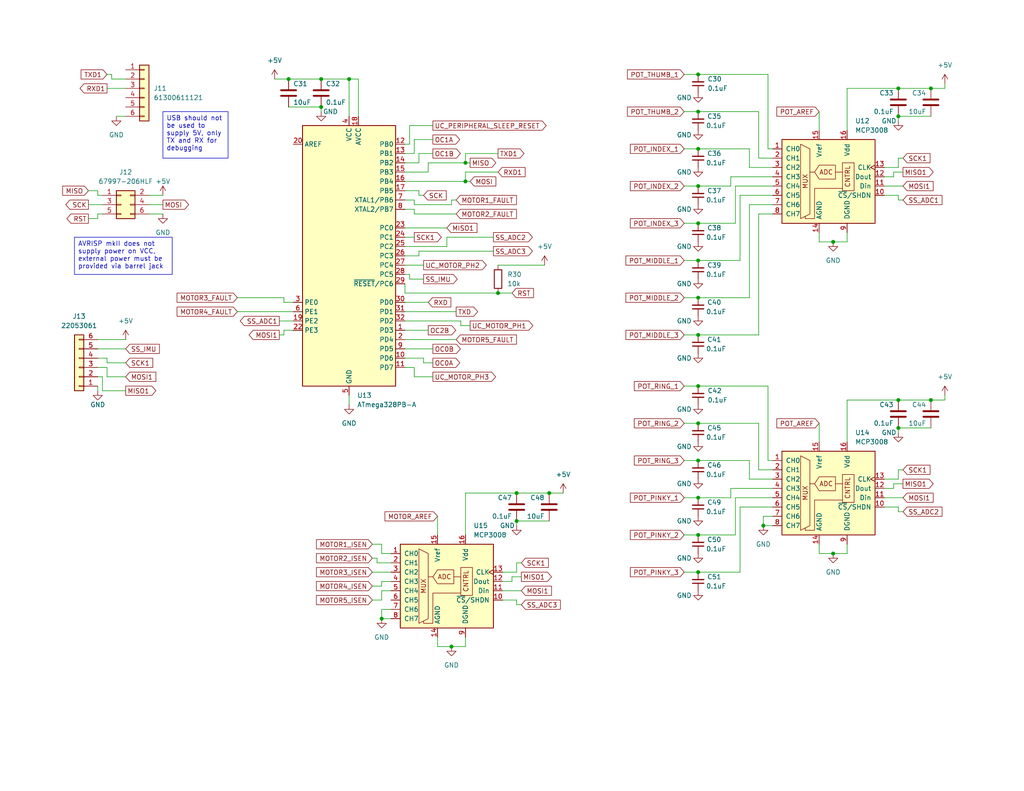
<source format=kicad_sch>
(kicad_sch (version 20230121) (generator eeschema)
  (paper "USLetter")
  (title_block (title "Microcontroller and Peripherals") (date "2024-01-24") (company "COEN 490 Team 15"))
  (lib_symbols
    (symbol "Analog_ADC:MCP3008" (pin_names (offset 1.016))
      (property "Reference" "U" (at -5.08 13.335 0))
      (property "Value" "MCP3008" (at -5.08 11.43 0))
      (symbol "MCP3008_0_0"
        (text "ADC" (at -0.635 1.27 0) (effects (font (size 1.27 1.27))))
        (text "CNTRL" (at 5.969 -2.921 900) (effects (font (size 1.27 1.27)) (justify left bottom)))
        (text "MUX" (at -6.35 -1.27 900) (effects (font (size 1.27 1.27))))
      )
      (symbol "MCP3008_0_1"
        (polyline (pts (xy -3.81 1.27) (xy -5.08 1.27)))
        (polyline (pts (xy 1.905 1.27) (xy 3.81 1.27)))
        (polyline (pts (xy -7.62 8.89) (xy -7.62 -11.43) (xy -5.08 -10.16) (xy -5.08 7.62) (xy -7.62 8.89)))
        (polyline (pts (xy 3.81 -3.175) (xy -3.81 -3.175) (xy -3.81 -11.43) (xy -6.35 -11.43) (xy -6.35 -10.795)))
        (polyline (pts (xy 1.905 3.175) (xy 1.905 -0.635) (xy -2.54 -0.635) (xy -3.81 1.27) (xy -2.54 3.175) (xy 1.905 3.175)))
        (rectangle (start 3.81 -3.81) (end 6.985 3.81))
        (rectangle (start 12.7 -12.7) (end -12.7 10.16) (stroke (width 0.254)) (fill (type background)))
      )
      (symbol "MCP3008_1_1"
        (pin input line (at -15.24 7.62 0) (length 2.54) (name "CH0") (number "1"))
        (pin input line (at 15.24 -5.08 180) (length 2.54) (name "~{CS}/SHDN") (number "10"))
        (pin input line (at 15.24 -2.54 180) (length 2.54) (name "Din") (number "11"))
        (pin output line (at 15.24 0 180) (length 2.54) (name "Dout") (number "12"))
        (pin input clock (at 15.24 2.54 180) (length 2.54) (name "CLK") (number "13"))
        (pin power_in line (at -2.54 -15.24 90) (length 2.54) (name "AGND") (number "14"))
        (pin power_in line (at -2.54 12.7 270) (length 2.54) (name "Vref") (number "15"))
        (pin power_in line (at 5.08 12.7 270) (length 2.54) (name "Vdd") (number "16"))
        (pin input line (at -15.24 5.08 0) (length 2.54) (name "CH1") (number "2"))
        (pin input line (at -15.24 2.54 0) (length 2.54) (name "CH2") (number "3"))
        (pin input line (at -15.24 0 0) (length 2.54) (name "CH3") (number "4"))
        (pin input line (at -15.24 -2.54 0) (length 2.54) (name "CH4") (number "5"))
        (pin input line (at -15.24 -5.08 0) (length 2.54) (name "CH5") (number "6"))
        (pin input line (at -15.24 -7.62 0) (length 2.54) (name "CH6") (number "7"))
        (pin input line (at -15.24 -10.16 0) (length 2.54) (name "CH7") (number "8"))
        (pin power_in line (at 5.08 -15.24 90) (length 2.54) (name "DGND") (number "9"))
      )
    )
    (symbol "Connector_Generic:Conn_01x06" (pin_names (offset 1.016) hide)
      (property "Reference" "J" (at 0 7.62 0))
      (property "Value" "Conn_01x06" (at 0 -10.16 0))
      (symbol "Conn_01x06_1_1"
        (rectangle (start -1.27 -7.493) (end 0 -7.747) (stroke (width 0.1524)))
        (rectangle (start -1.27 -4.953) (end 0 -5.207) (stroke (width 0.1524)))
        (rectangle (start -1.27 -2.413) (end 0 -2.667) (stroke (width 0.1524)))
        (rectangle (start -1.27 0.127) (end 0 -0.127) (stroke (width 0.1524)))
        (rectangle (start -1.27 2.667) (end 0 2.413) (stroke (width 0.1524)))
        (rectangle (start -1.27 5.207) (end 0 4.953) (stroke (width 0.1524)))
        (rectangle (start -1.27 6.35) (end 1.27 -8.89) (stroke (width 0.254)) (fill (type background)))
        (pin passive line (at -5.08 5.08 0) (length 3.81) (name "Pin_1") (number "1"))
        (pin passive line (at -5.08 2.54 0) (length 3.81) (name "Pin_2") (number "2"))
        (pin passive line (at -5.08 0 0) (length 3.81) (name "Pin_3") (number "3"))
        (pin passive line (at -5.08 -2.54 0) (length 3.81) (name "Pin_4") (number "4"))
        (pin passive line (at -5.08 -5.08 0) (length 3.81) (name "Pin_5") (number "5"))
        (pin passive line (at -5.08 -7.62 0) (length 3.81) (name "Pin_6") (number "6"))
      )
    )
    (symbol "Connector_Generic:Conn_02x03_Odd_Even" (pin_names (offset 1.016) hide)
      (property "Reference" "J" (at 1.27 5.08 0))
      (property "Value" "Conn_02x03_Odd_Even" (at 1.27 -5.08 0))
      (symbol "Conn_02x03_Odd_Even_1_1"
        (rectangle (start -1.27 -2.413) (end 0 -2.667) (stroke (width 0.1524)))
        (rectangle (start -1.27 0.127) (end 0 -0.127) (stroke (width 0.1524)))
        (rectangle (start -1.27 2.667) (end 0 2.413) (stroke (width 0.1524)))
        (rectangle (start -1.27 3.81) (end 3.81 -3.81) (stroke (width 0.254)) (fill (type background)))
        (rectangle (start 3.81 -2.413) (end 2.54 -2.667) (stroke (width 0.1524)))
        (rectangle (start 3.81 0.127) (end 2.54 -0.127) (stroke (width 0.1524)))
        (rectangle (start 3.81 2.667) (end 2.54 2.413) (stroke (width 0.1524)))
        (pin passive line (at -5.08 2.54 0) (length 3.81) (name "Pin_1") (number "1"))
        (pin passive line (at 7.62 2.54 180) (length 3.81) (name "Pin_2") (number "2"))
        (pin passive line (at -5.08 0 0) (length 3.81) (name "Pin_3") (number "3"))
        (pin passive line (at 7.62 0 180) (length 3.81) (name "Pin_4") (number "4"))
        (pin passive line (at -5.08 -2.54 0) (length 3.81) (name "Pin_5") (number "5"))
        (pin passive line (at 7.62 -2.54 180) (length 3.81) (name "Pin_6") (number "6"))
      )
    )
    (symbol "Device:C" (pin_numbers hide) (pin_names (offset 0.254))
      (property "Reference" "C" (at 0.635 2.54 0))
      (property "Value" "C" (at 0.635 -2.54 0))
      (symbol "C_0_1"
        (polyline (pts (xy -2.032 -0.762) (xy 2.032 -0.762)) (stroke (width 0.508)))
        (polyline (pts (xy -2.032 0.762) (xy 2.032 0.762)) (stroke (width 0.508)))
      )
      (symbol "C_1_1"
        (pin passive line (at 0 3.81 270) (length 2.794) (name "~") (number "1"))
        (pin passive line (at 0 -3.81 90) (length 2.794) (name "~") (number "2"))
      )
    )
    (symbol "Device:C_Small" (pin_numbers hide) (pin_names (offset 0.254) hide)
      (property "Reference" "C" (at 0.254 1.778 0))
      (property "Value" "C_Small" (at 0.254 -2.032 0))
      (symbol "C_Small_0_1"
        (polyline (pts (xy -1.524 -0.508) (xy 1.524 -0.508)) (stroke (width 0.3302)))
        (polyline (pts (xy -1.524 0.508) (xy 1.524 0.508)) (stroke (width 0.3048)))
      )
      (symbol "C_Small_1_1"
        (pin passive line (at 0 2.54 270) (length 2.032) (name "~") (number "1"))
        (pin passive line (at 0 -2.54 90) (length 2.032) (name "~") (number "2"))
      )
    )
    (symbol "Device:R" (pin_numbers hide) (pin_names (offset 0))
      (property "Reference" "R" (at 2.032 0 90))
      (property "Value" "R" (at 0 0 90))
      (symbol "R_0_1"
        (rectangle (start -1.016 -2.54) (end 1.016 2.54) (stroke (width 0.254)))
      )
      (symbol "R_1_1"
        (pin passive line (at 0 3.81 270) (length 1.27) (name "~") (number "1"))
        (pin passive line (at 0 -3.81 90) (length 1.27) (name "~") (number "2"))
      )
    )
    (symbol "MCU_Microchip_ATmega:ATmega328PB-A"
      (property "Reference" "U" (at -12.7 36.83 0))
      (property "Value" "ATmega328PB-A" (at 2.54 -36.83 0))
      (symbol "ATmega328PB-A_0_1"
        (rectangle (start -12.7 -35.56) (end 12.7 35.56) (stroke (width 0.254)) (fill (type background)))
      )
      (symbol "ATmega328PB-A_1_1"
        (pin bidirectional line (at 15.24 -20.32 180) (length 2.54) (name "PD3") (number "1"))
        (pin bidirectional line (at 15.24 -27.94 180) (length 2.54) (name "PD6") (number "10"))
        (pin bidirectional line (at 15.24 -30.48 180) (length 2.54) (name "PD7") (number "11"))
        (pin bidirectional line (at 15.24 30.48 180) (length 2.54) (name "PB0") (number "12"))
        (pin bidirectional line (at 15.24 27.94 180) (length 2.54) (name "PB1") (number "13"))
        (pin bidirectional line (at 15.24 25.4 180) (length 2.54) (name "PB2") (number "14"))
        (pin bidirectional line (at 15.24 22.86 180) (length 2.54) (name "PB3") (number "15"))
        (pin bidirectional line (at 15.24 20.32 180) (length 2.54) (name "PB4") (number "16"))
        (pin bidirectional line (at 15.24 17.78 180) (length 2.54) (name "PB5") (number "17"))
        (pin power_in line (at 2.54 38.1 270) (length 2.54) (name "AVCC") (number "18"))
        (pin bidirectional line (at -15.24 -17.78 0) (length 2.54) (name "PE2") (number "19"))
        (pin bidirectional line (at 15.24 -22.86 180) (length 2.54) (name "PD4") (number "2"))
        (pin passive line (at -15.24 30.48 0) (length 2.54) (name "AREF") (number "20"))
        (pin passive line (at 0 -38.1 90) (length 2.54) hide (name "GND") (number "21"))
        (pin bidirectional line (at -15.24 -20.32 0) (length 2.54) (name "PE3") (number "22"))
        (pin bidirectional line (at 15.24 7.62 180) (length 2.54) (name "PC0") (number "23"))
        (pin bidirectional line (at 15.24 5.08 180) (length 2.54) (name "PC1") (number "24"))
        (pin bidirectional line (at 15.24 2.54 180) (length 2.54) (name "PC2") (number "25"))
        (pin bidirectional line (at 15.24 0 180) (length 2.54) (name "PC3") (number "26"))
        (pin bidirectional line (at 15.24 -2.54 180) (length 2.54) (name "PC4") (number "27"))
        (pin bidirectional line (at 15.24 -5.08 180) (length 2.54) (name "PC5") (number "28"))
        (pin bidirectional line (at 15.24 -7.62 180) (length 2.54) (name "~{RESET}/PC6") (number "29"))
        (pin bidirectional line (at -15.24 -12.7 0) (length 2.54) (name "PE0") (number "3"))
        (pin bidirectional line (at 15.24 -12.7 180) (length 2.54) (name "PD0") (number "30"))
        (pin bidirectional line (at 15.24 -15.24 180) (length 2.54) (name "PD1") (number "31"))
        (pin bidirectional line (at 15.24 -17.78 180) (length 2.54) (name "PD2") (number "32"))
        (pin power_in line (at 0 38.1 270) (length 2.54) (name "VCC") (number "4"))
        (pin power_in line (at 0 -38.1 90) (length 2.54) (name "GND") (number "5"))
        (pin bidirectional line (at -15.24 -15.24 0) (length 2.54) (name "PE1") (number "6"))
        (pin bidirectional line (at 15.24 15.24 180) (length 2.54) (name "XTAL1/PB6") (number "7"))
        (pin bidirectional line (at 15.24 12.7 180) (length 2.54) (name "XTAL2/PB7") (number "8"))
        (pin bidirectional line (at 15.24 -25.4 180) (length 2.54) (name "PD5") (number "9"))
      )
    )
    (symbol "power:+5V" (power) (pin_names (offset 0))
      (property "Value" "+5V" (at 0 3.556 0))
      (symbol "+5V_0_1"
        (polyline (pts (xy -0.762 1.27) (xy 0 2.54)))
        (polyline (pts (xy 0 0) (xy 0 2.54)))
        (polyline (pts (xy 0 2.54) (xy 0.762 1.27)))
      )
      (symbol "+5V_1_1"
        (pin power_in line (at 0 0 90) (length 0) hide (name "+5V") (number "1"))
      )
    )
    (symbol "power:GND" (power) (pin_names (offset 0))
      (property "Value" "GND" (at 0 -3.81 0))
      (symbol "GND_0_1"
        (polyline (pts (xy 0 0) (xy 0 -1.27) (xy 1.27 -1.27) (xy 0 -2.54) (xy -1.27 -1.27) (xy 0 -1.27)))
      )
      (symbol "GND_1_1"
        (pin power_in line (at 0 0 270) (length 0) hide (name "GND") (number "1"))
      )
    )
  )
  (junction (at 190.5 105.41))
  (junction (at 190.5 115.57))
  (junction (at 245.11 31.75))
  (junction (at 245.11 109.22))
  (junction (at 127 44.45))
  (junction (at 104.14 168.91))
  (junction (at 190.5 40.64))
  (junction (at 87.63 21.59))
  (junction (at 190.5 20.32))
  (junction (at 190.5 71.12))
  (junction (at 190.5 50.8))
  (junction (at 149.86 134.62))
  (junction (at 190.5 156.21))
  (junction (at 190.5 146.05))
  (junction (at 227.33 151.13))
  (junction (at 190.5 135.89))
  (junction (at 190.5 30.48))
  (junction (at 190.5 125.73))
  (junction (at 254 109.22))
  (junction (at 190.5 91.44))
  (junction (at 135.89 80.01))
  (junction (at 78.74 21.59))
  (junction (at 245.11 116.84))
  (junction (at 123.19 176.53))
  (junction (at 140.97 142.24))
  (junction (at 208.28 143.51))
  (junction (at 190.5 81.28))
  (junction (at 227.33 66.04))
  (junction (at 95.25 21.59))
  (junction (at 140.97 134.62))
  (junction (at 127 49.53))
  (junction (at 254 24.13))
  (junction (at 245.11 24.13))
  (junction (at 87.63 29.21))
  (junction (at 190.5 60.96))
  (wire (pts (xy 104.14 148.59) (xy 104.14 151.13)))
  (wire (pts (xy 113.03 100.33) (xy 113.03 102.87)))
  (wire (pts (xy 231.14 120.65) (xy 231.14 109.22)))
  (wire (pts (xy 201.93 53.34) (xy 210.82 53.34)))
  (wire (pts (xy 40.64 58.42) (xy 44.45 58.42)))
  (wire (pts (xy 190.5 40.64) (xy 204.47 40.64)))
  (wire (pts (xy 199.39 50.8) (xy 199.39 48.26)))
  (wire (pts (xy 127 49.53) (xy 128.27 49.53)))
  (wire (pts (xy 140.97 165.1) (xy 140.97 163.83)))
  (wire (pts (xy 121.92 67.31) (xy 121.92 64.77)))
  (wire (pts (xy 101.6 156.21) (xy 106.68 156.21)))
  (wire (pts (xy 119.38 140.97) (xy 119.38 146.05)))
  (wire (pts (xy 76.2 91.44) (xy 77.47 91.44)))
  (wire (pts (xy 29.21 24.13) (xy 34.29 24.13)))
  (wire (pts (xy 78.74 29.21) (xy 87.63 29.21)))
  (wire (pts (xy 116.84 44.45) (xy 116.84 46.99)))
  (wire (pts (xy 231.14 66.04) (xy 227.33 66.04)))
  (wire (pts (xy 77.47 82.55) (xy 77.47 81.28)))
  (wire (pts (xy 207.01 58.42) (xy 210.82 58.42)))
  (wire (pts (xy 135.89 46.99) (xy 127 46.99)))
  (wire (pts (xy 64.77 85.09) (xy 80.01 85.09)))
  (wire (pts (xy 137.16 161.29) (xy 142.24 161.29)))
  (wire (pts (xy 104.14 163.83) (xy 104.14 161.29)))
  (wire (pts (xy 110.49 74.93) (xy 111.76 74.93)))
  (wire (pts (xy 210.82 140.97) (xy 208.28 140.97)))
  (wire (pts (xy 245.11 43.18) (xy 245.11 45.72)))
  (wire (pts (xy 153.67 134.62) (xy 149.86 134.62)))
  (wire (pts (xy 257.81 107.95) (xy 257.81 109.22)))
  (wire (pts (xy 104.14 168.91) (xy 106.68 168.91)))
  (wire (pts (xy 257.81 24.13) (xy 254 24.13)))
  (wire (pts (xy 245.11 116.84) (xy 245.11 118.11)))
  (wire (pts (xy 26.67 53.34) (xy 27.94 53.34)))
  (wire (pts (xy 139.7 157.48) (xy 139.7 158.75)))
  (wire (pts (xy 207.01 30.48) (xy 207.01 43.18)))
  (wire (pts (xy 110.49 92.71) (xy 124.46 92.71)))
  (wire (pts (xy 201.93 138.43) (xy 210.82 138.43)))
  (wire (pts (xy 111.76 76.2) (xy 115.57 76.2)))
  (wire (pts (xy 190.5 105.41) (xy 209.55 105.41)))
  (wire (pts (xy 186.69 105.41) (xy 190.5 105.41)))
  (wire (pts (xy 110.49 62.23) (xy 121.92 62.23)))
  (wire (pts (xy 135.89 41.91) (xy 127 41.91)))
  (wire (pts (xy 190.5 71.12) (xy 201.93 71.12)))
  (wire (pts (xy 104.14 166.37) (xy 104.14 168.91)))
  (wire (pts (xy 245.11 31.75) (xy 245.11 33.02)))
  (wire (pts (xy 110.49 64.77) (xy 113.03 64.77)))
  (wire (pts (xy 149.86 134.62) (xy 140.97 134.62)))
  (wire (pts (xy 111.76 34.29) (xy 118.11 34.29)))
  (wire (pts (xy 87.63 21.59) (xy 95.25 21.59)))
  (wire (pts (xy 111.76 39.37) (xy 111.76 34.29)))
  (wire (pts (xy 204.47 40.64) (xy 204.47 45.72)))
  (wire (pts (xy 246.38 139.7) (xy 245.11 139.7)))
  (wire (pts (xy 40.64 53.34) (xy 44.45 53.34)))
  (wire (pts (xy 243.84 48.26) (xy 241.3 48.26)))
  (wire (pts (xy 127 44.45) (xy 116.84 44.45)))
  (wire (pts (xy 127 176.53) (xy 123.19 176.53)))
  (wire (pts (xy 110.49 49.53) (xy 127 49.53)))
  (wire (pts (xy 110.49 80.01) (xy 135.89 80.01)))
  (wire (pts (xy 186.69 60.96) (xy 190.5 60.96)))
  (wire (pts (xy 186.69 146.05) (xy 190.5 146.05)))
  (wire (pts (xy 40.64 55.88) (xy 44.45 55.88)))
  (wire (pts (xy 135.89 80.01) (xy 139.7 80.01)))
  (wire (pts (xy 186.69 20.32) (xy 190.5 20.32)))
  (wire (pts (xy 115.57 99.06) (xy 118.11 99.06)))
  (wire (pts (xy 246.38 128.27) (xy 245.11 128.27)))
  (wire (pts (xy 190.5 30.48) (xy 207.01 30.48)))
  (wire (pts (xy 30.48 20.32) (xy 30.48 21.59)))
  (wire (pts (xy 119.38 176.53) (xy 123.19 176.53)))
  (wire (pts (xy 128.27 88.9) (xy 125.73 88.9)))
  (wire (pts (xy 95.25 21.59) (xy 95.25 31.75)))
  (wire (pts (xy 140.97 163.83) (xy 137.16 163.83)))
  (wire (pts (xy 121.92 64.77) (xy 134.62 64.77)))
  (wire (pts (xy 110.49 82.55) (xy 116.84 82.55)))
  (wire (pts (xy 97.79 21.59) (xy 95.25 21.59)))
  (wire (pts (xy 245.11 130.81) (xy 241.3 130.81)))
  (wire (pts (xy 140.97 156.21) (xy 137.16 156.21)))
  (wire (pts (xy 207.01 58.42) (xy 207.01 91.44)))
  (wire (pts (xy 110.49 90.17) (xy 116.84 90.17)))
  (wire (pts (xy 246.38 43.18) (xy 245.11 43.18)))
  (wire (pts (xy 127 46.99) (xy 127 49.53)))
  (wire (pts (xy 241.3 50.8) (xy 246.38 50.8)))
  (wire (pts (xy 124.46 54.61) (xy 123.19 54.61)))
  (wire (pts (xy 115.57 97.79) (xy 115.57 99.06)))
  (wire (pts (xy 114.3 53.34) (xy 115.57 53.34)))
  (wire (pts (xy 142.24 153.67) (xy 140.97 153.67)))
  (wire (pts (xy 34.29 102.87) (xy 29.21 102.87)))
  (wire (pts (xy 140.97 153.67) (xy 140.97 156.21)))
  (wire (pts (xy 139.7 158.75) (xy 137.16 158.75)))
  (wire (pts (xy 223.52 148.59) (xy 223.52 151.13)))
  (wire (pts (xy 77.47 91.44) (xy 77.47 90.17)))
  (wire (pts (xy 199.39 135.89) (xy 199.39 133.35)))
  (wire (pts (xy 245.11 54.61) (xy 245.11 53.34)))
  (wire (pts (xy 123.19 55.88) (xy 113.03 55.88)))
  (wire (pts (xy 114.3 41.91) (xy 118.11 41.91)))
  (wire (pts (xy 190.5 20.32) (xy 209.55 20.32)))
  (wire (pts (xy 208.28 140.97) (xy 208.28 143.51)))
  (wire (pts (xy 29.21 100.33) (xy 26.67 100.33)))
  (wire (pts (xy 241.3 135.89) (xy 246.38 135.89)))
  (wire (pts (xy 190.5 156.21) (xy 201.93 156.21)))
  (wire (pts (xy 101.6 163.83) (xy 104.14 163.83)))
  (wire (pts (xy 186.69 135.89) (xy 190.5 135.89)))
  (wire (pts (xy 149.86 142.24) (xy 140.97 142.24)))
  (wire (pts (xy 207.01 43.18) (xy 210.82 43.18)))
  (wire (pts (xy 199.39 133.35) (xy 210.82 133.35)))
  (wire (pts (xy 204.47 130.81) (xy 210.82 130.81)))
  (wire (pts (xy 110.49 44.45) (xy 114.3 44.45)))
  (wire (pts (xy 204.47 55.88) (xy 210.82 55.88)))
  (wire (pts (xy 110.49 87.63) (xy 125.73 87.63)))
  (wire (pts (xy 254 31.75) (xy 245.11 31.75)))
  (wire (pts (xy 29.21 97.79) (xy 29.21 99.06)))
  (wire (pts (xy 110.49 80.01) (xy 110.49 77.47)))
  (wire (pts (xy 127 146.05) (xy 127 134.62)))
  (wire (pts (xy 243.84 133.35) (xy 241.3 133.35)))
  (wire (pts (xy 208.28 143.51) (xy 210.82 143.51)))
  (wire (pts (xy 190.5 60.96) (xy 200.66 60.96)))
  (wire (pts (xy 204.47 55.88) (xy 204.47 81.28)))
  (wire (pts (xy 77.47 90.17) (xy 80.01 90.17)))
  (wire (pts (xy 201.93 138.43) (xy 201.93 156.21)))
  (wire (pts (xy 257.81 22.86) (xy 257.81 24.13)))
  (wire (pts (xy 26.67 58.42) (xy 27.94 58.42)))
  (wire (pts (xy 246.38 46.99) (xy 243.84 46.99)))
  (wire (pts (xy 64.77 81.28) (xy 77.47 81.28)))
  (wire (pts (xy 186.69 115.57) (xy 190.5 115.57)))
  (wire (pts (xy 97.79 31.75) (xy 97.79 21.59)))
  (wire (pts (xy 231.14 24.13) (xy 245.11 24.13)))
  (wire (pts (xy 31.75 31.75) (xy 34.29 31.75)))
  (wire (pts (xy 102.87 153.67) (xy 106.68 153.67)))
  (wire (pts (xy 231.14 63.5) (xy 231.14 66.04)))
  (wire (pts (xy 204.47 45.72) (xy 210.82 45.72)))
  (wire (pts (xy 200.66 50.8) (xy 210.82 50.8)))
  (wire (pts (xy 113.03 58.42) (xy 124.46 58.42)))
  (wire (pts (xy 114.3 69.85) (xy 114.3 68.58)))
  (wire (pts (xy 207.01 115.57) (xy 207.01 128.27)))
  (wire (pts (xy 243.84 132.08) (xy 243.84 133.35)))
  (wire (pts (xy 101.6 152.4) (xy 102.87 152.4)))
  (wire (pts (xy 34.29 106.68) (xy 27.94 106.68)))
  (wire (pts (xy 114.3 52.07) (xy 110.49 52.07)))
  (wire (pts (xy 245.11 45.72) (xy 241.3 45.72)))
  (wire (pts (xy 110.49 72.39) (xy 115.57 72.39)))
  (wire (pts (xy 223.52 115.57) (xy 223.52 120.65)))
  (wire (pts (xy 245.11 138.43) (xy 241.3 138.43)))
  (wire (pts (xy 246.38 54.61) (xy 245.11 54.61)))
  (wire (pts (xy 110.49 41.91) (xy 113.03 41.91)))
  (wire (pts (xy 127 134.62) (xy 140.97 134.62)))
  (wire (pts (xy 245.11 53.34) (xy 241.3 53.34)))
  (wire (pts (xy 223.52 66.04) (xy 227.33 66.04)))
  (wire (pts (xy 257.81 109.22) (xy 254 109.22)))
  (wire (pts (xy 119.38 173.99) (xy 119.38 176.53)))
  (wire (pts (xy 254 24.13) (xy 245.11 24.13)))
  (wire (pts (xy 200.66 135.89) (xy 210.82 135.89)))
  (wire (pts (xy 200.66 135.89) (xy 200.66 146.05)))
  (wire (pts (xy 199.39 48.26) (xy 210.82 48.26)))
  (wire (pts (xy 113.03 102.87) (xy 118.11 102.87)))
  (wire (pts (xy 246.38 132.08) (xy 243.84 132.08)))
  (wire (pts (xy 209.55 40.64) (xy 210.82 40.64)))
  (wire (pts (xy 243.84 46.99) (xy 243.84 48.26)))
  (wire (pts (xy 104.14 160.02) (xy 104.14 158.75)))
  (wire (pts (xy 254 116.84) (xy 245.11 116.84)))
  (wire (pts (xy 113.03 54.61) (xy 110.49 54.61)))
  (wire (pts (xy 125.73 88.9) (xy 125.73 87.63)))
  (wire (pts (xy 204.47 125.73) (xy 204.47 130.81)))
  (wire (pts (xy 186.69 50.8) (xy 190.5 50.8)))
  (wire (pts (xy 104.14 161.29) (xy 106.68 161.29)))
  (wire (pts (xy 110.49 39.37) (xy 111.76 39.37)))
  (wire (pts (xy 190.5 135.89) (xy 199.39 135.89)))
  (wire (pts (xy 74.93 21.59) (xy 78.74 21.59)))
  (wire (pts (xy 113.03 57.15) (xy 113.03 58.42)))
  (wire (pts (xy 186.69 71.12) (xy 190.5 71.12)))
  (wire (pts (xy 78.74 21.59) (xy 87.63 21.59)))
  (wire (pts (xy 110.49 67.31) (xy 121.92 67.31)))
  (wire (pts (xy 26.67 105.41) (xy 26.67 106.68)))
  (wire (pts (xy 142.24 165.1) (xy 140.97 165.1)))
  (wire (pts (xy 26.67 95.25) (xy 34.29 95.25)))
  (wire (pts (xy 29.21 99.06) (xy 34.29 99.06)))
  (wire (pts (xy 101.6 160.02) (xy 104.14 160.02)))
  (wire (pts (xy 209.55 20.32) (xy 209.55 40.64)))
  (wire (pts (xy 186.69 125.73) (xy 190.5 125.73)))
  (wire (pts (xy 186.69 30.48) (xy 190.5 30.48)))
  (wire (pts (xy 110.49 95.25) (xy 118.11 95.25)))
  (wire (pts (xy 201.93 53.34) (xy 201.93 71.12)))
  (wire (pts (xy 30.48 21.59) (xy 34.29 21.59)))
  (wire (pts (xy 186.69 156.21) (xy 190.5 156.21)))
  (wire (pts (xy 223.52 30.48) (xy 223.52 35.56)))
  (wire (pts (xy 186.69 81.28) (xy 190.5 81.28)))
  (wire (pts (xy 231.14 148.59) (xy 231.14 151.13)))
  (wire (pts (xy 127 41.91) (xy 127 44.45)))
  (wire (pts (xy 27.94 102.87) (xy 26.67 102.87)))
  (wire (pts (xy 190.5 115.57) (xy 207.01 115.57)))
  (wire (pts (xy 102.87 152.4) (xy 102.87 153.67)))
  (wire (pts (xy 87.63 29.21) (xy 87.63 30.48)))
  (wire (pts (xy 110.49 100.33) (xy 113.03 100.33)))
  (wire (pts (xy 80.01 82.55) (xy 77.47 82.55)))
  (wire (pts (xy 231.14 151.13) (xy 227.33 151.13)))
  (wire (pts (xy 113.03 38.1) (xy 118.11 38.1)))
  (wire (pts (xy 209.55 125.73) (xy 210.82 125.73)))
  (wire (pts (xy 114.3 53.34) (xy 114.3 52.07)))
  (wire (pts (xy 190.5 81.28) (xy 204.47 81.28)))
  (wire (pts (xy 140.97 142.24) (xy 140.97 143.51)))
  (wire (pts (xy 223.52 63.5) (xy 223.52 66.04)))
  (wire (pts (xy 29.21 20.32) (xy 30.48 20.32)))
  (wire (pts (xy 190.5 91.44) (xy 207.01 91.44)))
  (wire (pts (xy 186.69 91.44) (xy 190.5 91.44)))
  (wire (pts (xy 114.3 68.58) (xy 134.62 68.58)))
  (wire (pts (xy 104.14 158.75) (xy 106.68 158.75)))
  (wire (pts (xy 113.03 41.91) (xy 113.03 38.1)))
  (wire (pts (xy 231.14 109.22) (xy 245.11 109.22)))
  (wire (pts (xy 110.49 85.09) (xy 124.46 85.09)))
  (wire (pts (xy 110.49 97.79) (xy 115.57 97.79)))
  (wire (pts (xy 245.11 139.7) (xy 245.11 138.43)))
  (wire (pts (xy 26.67 52.07) (xy 26.67 53.34)))
  (wire (pts (xy 200.66 50.8) (xy 200.66 60.96)))
  (wire (pts (xy 254 109.22) (xy 245.11 109.22)))
  (wire (pts (xy 113.03 55.88) (xy 113.03 54.61)))
  (wire (pts (xy 104.14 151.13) (xy 106.68 151.13)))
  (wire (pts (xy 26.67 59.69) (xy 26.67 58.42)))
  (wire (pts (xy 29.21 102.87) (xy 29.21 100.33)))
  (wire (pts (xy 190.5 146.05) (xy 200.66 146.05)))
  (wire (pts (xy 26.67 92.71) (xy 34.29 92.71)))
  (wire (pts (xy 95.25 107.95) (xy 95.25 110.49)))
  (wire (pts (xy 186.69 40.64) (xy 190.5 40.64)))
  (wire (pts (xy 24.13 59.69) (xy 26.67 59.69)))
  (wire (pts (xy 27.94 106.68) (xy 27.94 102.87)))
  (wire (pts (xy 101.6 148.59) (xy 104.14 148.59)))
  (wire (pts (xy 24.13 55.88) (xy 27.94 55.88)))
  (wire (pts (xy 207.01 128.27) (xy 210.82 128.27)))
  (wire (pts (xy 116.84 46.99) (xy 110.49 46.99)))
  (wire (pts (xy 209.55 105.41) (xy 209.55 125.73)))
  (wire (pts (xy 76.2 87.63) (xy 80.01 87.63)))
  (wire (pts (xy 231.14 35.56) (xy 231.14 24.13)))
  (wire (pts (xy 135.89 72.39) (xy 148.59 72.39)))
  (wire (pts (xy 127 173.99) (xy 127 176.53)))
  (wire (pts (xy 106.68 166.37) (xy 104.14 166.37)))
  (wire (pts (xy 26.67 97.79) (xy 29.21 97.79)))
  (wire (pts (xy 110.49 57.15) (xy 113.03 57.15)))
  (wire (pts (xy 245.11 128.27) (xy 245.11 130.81)))
  (wire (pts (xy 114.3 44.45) (xy 114.3 41.91)))
  (wire (pts (xy 142.24 157.48) (xy 139.7 157.48)))
  (wire (pts (xy 123.19 54.61) (xy 123.19 55.88)))
  (wire (pts (xy 190.5 50.8) (xy 199.39 50.8)))
  (wire (pts (xy 24.13 52.07) (xy 26.67 52.07)))
  (wire (pts (xy 190.5 125.73) (xy 204.47 125.73)))
  (wire (pts (xy 111.76 74.93) (xy 111.76 76.2)))
  (wire (pts (xy 223.52 151.13) (xy 227.33 151.13)))
  (wire (pts (xy 128.27 44.45) (xy 127 44.45)))
  (wire (pts (xy 110.49 69.85) (xy 114.3 69.85)))
  (text_box "USB should not be used to supply 5V, only TX and RX for debugging" (at 44.45 30.48 0) (size 17.78 12.7) (effects (font (size 1.27 1.27)) (justify left top)))
  (text_box "AVRISP mkII does not supply power on VCC, external power must be provided via barrel jack" (at 20.32 64.77 0) (size 26.67 10.16) (effects (font (size 1.27 1.27)) (justify left top)))
  (global_label "UC_MOTOR_PH3" (shape output) (at 118.11 102.87 0) (property "Intersheetrefs" "${INTERSHEET_REFS}" (effects hide)))
  (global_label "MOTOR2_ISEN" (shape input) (at 101.6 152.4 180) (property "Intersheetrefs" "${INTERSHEET_REFS}" (effects hide)))
  (global_label "TXD1" (shape output) (at 135.89 41.91 0) (property "Intersheetrefs" "${INTERSHEET_REFS}" (effects hide)))
  (global_label "SCK" (shape output) (at 24.13 55.88 180) (property "Intersheetrefs" "${INTERSHEET_REFS}" (effects hide)))
  (global_label "POT_INDEX_3" (shape input) (at 186.69 60.96 180) (property "Intersheetrefs" "${INTERSHEET_REFS}" (effects hide)))
  (global_label "MOSI1" (shape input) (at 34.29 102.87 0) (property "Intersheetrefs" "${INTERSHEET_REFS}" (effects hide)))
  (global_label "MOSI1" (shape input) (at 246.38 135.89 0) (property "Intersheetrefs" "${INTERSHEET_REFS}" (effects hide)))
  (global_label "POT_INDEX_1" (shape input) (at 186.69 40.64 180) (property "Intersheetrefs" "${INTERSHEET_REFS}" (effects hide)))
  (global_label "MOSI" (shape output) (at 44.45 55.88 0) (property "Intersheetrefs" "${INTERSHEET_REFS}" (effects hide)))
  (global_label "MISO1" (shape output) (at 246.38 132.08 0) (property "Intersheetrefs" "${INTERSHEET_REFS}" (effects hide)))
  (global_label "SS_ADC3" (shape output) (at 134.62 68.58 0) (property "Intersheetrefs" "${INTERSHEET_REFS}" (effects hide)))
  (global_label "SS_ADC1" (shape input) (at 246.38 54.61 0) (property "Intersheetrefs" "${INTERSHEET_REFS}" (effects hide)))
  (global_label "UC_MOTOR_PH1" (shape output) (at 128.27 88.9 0) (property "Intersheetrefs" "${INTERSHEET_REFS}" (effects hide)))
  (global_label "SCK" (shape input) (at 115.57 53.34 0) (property "Intersheetrefs" "${INTERSHEET_REFS}" (effects hide)))
  (global_label "UC_PERIPHERAL_SLEEP_RESET" (shape output) (at 118.11 34.29 0) (property "Intersheetrefs" "${INTERSHEET_REFS}" (effects hide)))
  (global_label "MOTOR5_FAULT" (shape input) (at 124.46 92.71 0) (property "Intersheetrefs" "${INTERSHEET_REFS}" (effects hide)))
  (global_label "OC0A" (shape output) (at 118.11 99.06 0) (property "Intersheetrefs" "${INTERSHEET_REFS}" (effects hide)))
  (global_label "TXD1" (shape input) (at 29.21 20.32 180) (property "Intersheetrefs" "${INTERSHEET_REFS}" (effects hide)))
  (global_label "MOTOR2_FAULT" (shape input) (at 124.46 58.42 0) (property "Intersheetrefs" "${INTERSHEET_REFS}" (effects hide)))
  (global_label "POT_MIDDLE_1" (shape input) (at 186.69 71.12 180) (property "Intersheetrefs" "${INTERSHEET_REFS}" (effects hide)))
  (global_label "UC_MOTOR_PH2" (shape output) (at 115.57 72.39 0) (property "Intersheetrefs" "${INTERSHEET_REFS}" (effects hide)))
  (global_label "SS_ADC1" (shape output) (at 76.2 87.63 180) (property "Intersheetrefs" "${INTERSHEET_REFS}" (effects hide)))
  (global_label "MISO1" (shape input) (at 121.92 62.23 0) (property "Intersheetrefs" "${INTERSHEET_REFS}" (effects hide)))
  (global_label "POT_MIDDLE_2" (shape input) (at 186.69 81.28 180) (property "Intersheetrefs" "${INTERSHEET_REFS}" (effects hide)))
  (global_label "POT_MIDDLE_3" (shape input) (at 186.69 91.44 180) (property "Intersheetrefs" "${INTERSHEET_REFS}" (effects hide)))
  (global_label "MOTOR4_ISEN" (shape input) (at 101.6 160.02 180) (property "Intersheetrefs" "${INTERSHEET_REFS}" (effects hide)))
  (global_label "RXD1" (shape output) (at 29.21 24.13 180) (property "Intersheetrefs" "${INTERSHEET_REFS}" (effects hide)))
  (global_label "MOSI1" (shape output) (at 76.2 91.44 180) (property "Intersheetrefs" "${INTERSHEET_REFS}" (effects hide)))
  (global_label "MISO" (shape output) (at 128.27 44.45 0) (property "Intersheetrefs" "${INTERSHEET_REFS}" (effects hide)))
  (global_label "RXD1" (shape input) (at 135.89 46.99 0) (property "Intersheetrefs" "${INTERSHEET_REFS}" (effects hide)))
  (global_label "POT_PINKY_3" (shape input) (at 186.69 156.21 180) (property "Intersheetrefs" "${INTERSHEET_REFS}" (effects hide)))
  (global_label "TXD" (shape output) (at 124.46 85.09 0) (property "Intersheetrefs" "${INTERSHEET_REFS}" (effects hide)))
  (global_label "SCK1" (shape input) (at 246.38 43.18 0) (property "Intersheetrefs" "${INTERSHEET_REFS}" (effects hide)))
  (global_label "POT_AREF" (shape input) (at 223.52 30.48 180) (property "Intersheetrefs" "${INTERSHEET_REFS}" (effects hide)))
  (global_label "SS_ADC2" (shape output) (at 134.62 64.77 0) (property "Intersheetrefs" "${INTERSHEET_REFS}" (effects hide)))
  (global_label "OC2B" (shape output) (at 116.84 90.17 0) (property "Intersheetrefs" "${INTERSHEET_REFS}" (effects hide)))
  (global_label "OC1B" (shape output) (at 118.11 41.91 0) (property "Intersheetrefs" "${INTERSHEET_REFS}" (effects hide)))
  (global_label "SS_IMU" (shape input) (at 34.29 95.25 0) (property "Intersheetrefs" "${INTERSHEET_REFS}" (effects hide)))
  (global_label "MOTOR5_ISEN" (shape input) (at 101.6 163.83 180) (property "Intersheetrefs" "${INTERSHEET_REFS}" (effects hide)))
  (global_label "SCK1" (shape input) (at 34.29 99.06 0) (property "Intersheetrefs" "${INTERSHEET_REFS}" (effects hide)))
  (global_label "RXD" (shape input) (at 116.84 82.55 0) (property "Intersheetrefs" "${INTERSHEET_REFS}" (effects hide)))
  (global_label "MOTOR3_ISEN" (shape input) (at 101.6 156.21 180) (property "Intersheetrefs" "${INTERSHEET_REFS}" (effects hide)))
  (global_label "MOTOR4_FAULT" (shape input) (at 64.77 85.09 180) (property "Intersheetrefs" "${INTERSHEET_REFS}" (effects hide)))
  (global_label "MISO1" (shape output) (at 34.29 106.68 0) (property "Intersheetrefs" "${INTERSHEET_REFS}" (effects hide)))
  (global_label "POT_PINKY_1" (shape input) (at 186.69 135.89 180) (property "Intersheetrefs" "${INTERSHEET_REFS}" (effects hide)))
  (global_label "SCK1" (shape output) (at 113.03 64.77 0) (property "Intersheetrefs" "${INTERSHEET_REFS}" (effects hide)))
  (global_label "POT_AREF" (shape input) (at 223.52 115.57 180) (property "Intersheetrefs" "${INTERSHEET_REFS}" (effects hide)))
  (global_label "POT_RING_3" (shape input) (at 186.69 125.73 180) (property "Intersheetrefs" "${INTERSHEET_REFS}" (effects hide)))
  (global_label "RST" (shape output) (at 24.13 59.69 180) (property "Intersheetrefs" "${INTERSHEET_REFS}" (effects hide)))
  (global_label "MOTOR1_FAULT" (shape input) (at 124.46 54.61 0) (property "Intersheetrefs" "${INTERSHEET_REFS}" (effects hide)))
  (global_label "MOSI1" (shape input) (at 142.24 161.29 0) (property "Intersheetrefs" "${INTERSHEET_REFS}" (effects hide)))
  (global_label "SS_ADC2" (shape input) (at 246.38 139.7 0) (property "Intersheetrefs" "${INTERSHEET_REFS}" (effects hide)))
  (global_label "POT_INDEX_2" (shape input) (at 186.69 50.8 180) (property "Intersheetrefs" "${INTERSHEET_REFS}" (effects hide)))
  (global_label "POT_RING_1" (shape input) (at 186.69 105.41 180) (property "Intersheetrefs" "${INTERSHEET_REFS}" (effects hide)))
  (global_label "OC0B" (shape output) (at 118.11 95.25 0) (property "Intersheetrefs" "${INTERSHEET_REFS}" (effects hide)))
  (global_label "MOTOR3_FAULT" (shape input) (at 64.77 81.28 180) (property "Intersheetrefs" "${INTERSHEET_REFS}" (effects hide)))
  (global_label "MOTOR_AREF" (shape input) (at 119.38 140.97 180) (property "Intersheetrefs" "${INTERSHEET_REFS}" (effects hide)))
  (global_label "MISO1" (shape output) (at 142.24 157.48 0) (property "Intersheetrefs" "${INTERSHEET_REFS}" (effects hide)))
  (global_label "MISO" (shape input) (at 24.13 52.07 180) (property "Intersheetrefs" "${INTERSHEET_REFS}" (effects hide)))
  (global_label "SCK1" (shape input) (at 246.38 128.27 0) (property "Intersheetrefs" "${INTERSHEET_REFS}" (effects hide)))
  (global_label "SCK1" (shape input) (at 142.24 153.67 0) (property "Intersheetrefs" "${INTERSHEET_REFS}" (effects hide)))
  (global_label "SS_ADC3" (shape input) (at 142.24 165.1 0) (property "Intersheetrefs" "${INTERSHEET_REFS}" (effects hide)))
  (global_label "OC1A" (shape output) (at 118.11 38.1 0) (property "Intersheetrefs" "${INTERSHEET_REFS}" (effects hide)))
  (global_label "RST" (shape input) (at 139.7 80.01 0) (property "Intersheetrefs" "${INTERSHEET_REFS}" (effects hide)))
  (global_label "MOSI" (shape input) (at 128.27 49.53 0) (property "Intersheetrefs" "${INTERSHEET_REFS}" (effects hide)))
  (global_label "POT_RING_2" (shape input) (at 186.69 115.57 180) (property "Intersheetrefs" "${INTERSHEET_REFS}" (effects hide)))
  (global_label "POT_THUMB_1" (shape input) (at 186.69 20.32 180) (property "Intersheetrefs" "${INTERSHEET_REFS}" (effects hide)))
  (global_label "POT_THUMB_2" (shape input) (at 186.69 30.48 180) (property "Intersheetrefs" "${INTERSHEET_REFS}" (effects hide)))
  (global_label "SS_IMU" (shape output) (at 115.57 76.2 0) (property "Intersheetrefs" "${INTERSHEET_REFS}" (effects hide)))
  (global_label "MISO1" (shape output) (at 246.38 46.99 0) (property "Intersheetrefs" "${INTERSHEET_REFS}" (effects hide)))
  (global_label "MOSI1" (shape input) (at 246.38 50.8 0) (property "Intersheetrefs" "${INTERSHEET_REFS}" (effects hide)))
  (global_label "MOTOR1_ISEN" (shape input) (at 101.6 148.59 180) (property "Intersheetrefs" "${INTERSHEET_REFS}" (effects hide)))
  (global_label "POT_PINKY_2" (shape input) (at 186.69 146.05 180) (property "Intersheetrefs" "${INTERSHEET_REFS}" (effects hide)))
  (symbol (lib_id "Device:C") (at 254 113.03 0) (mirror y) (unit 1)
    (property "Reference" "C44" (at 252.73 110.49 0) (effects (justify left)))
    (property "Value" "10uF" (at 252.73 115.57 0) (effects (justify left)))
    (property "Footprint" "Capacitor_SMD:C_1206_3216Metric_Pad1.33x1.80mm_HandSolder" (effects hide))
  )
  (symbol (lib_id "power:GND") (at 87.63 30.48 0) (unit 1)
    (property "Reference" "#PWR063" (effects hide))
    (property "Value" "GND" (at 90.17 30.48 0))
  )
  (symbol (lib_id "MCU_Microchip_ATmega:ATmega328PB-A") (at 95.25 69.85 0) (unit 1)
    (property "Reference" "U13" (at 97.4441 107.95 0) (effects (justify left)))
    (property "Value" "ATmega328PB-A" (at 97.4441 110.49 0) (effects (justify left)))
    (property "Footprint" "Package_QFP:TQFP-32_7x7mm_P0.8mm" (effects hide))
    (property "Datasheet" "http://ww1.microchip.com/downloads/en/DeviceDoc/40001906C.pdf" (effects hide))
  )
  (symbol (lib_id "Device:C_Small") (at 190.5 138.43 0) (mirror x) (unit 1)
    (property "Reference" "C49" (at 196.85 137.16 0) (effects (justify right)))
    (property "Value" "0.1uF" (at 198.12 139.7 0) (effects (justify right)))
  )
  (symbol (lib_id "power:GND") (at 190.5 76.2 0) (unit 1)
    (property "Reference" "#PWR074" (effects hide))
    (property "Value" "GND" (at 186.69 77.47 0))
  )
  (symbol (lib_id "power:GND") (at 245.11 118.11 0) (mirror y) (unit 1)
    (property "Reference" "#PWR082" (effects hide))
    (property "Value" "GND" (at 242.57 118.11 0))
  )
  (symbol (lib_id "power:GND") (at 140.97 143.51 0) (mirror y) (unit 1)
    (property "Reference" "#PWR087" (effects hide))
    (property "Value" "GND" (at 138.43 143.51 0))
  )
  (symbol (lib_id "Device:C_Small") (at 190.5 148.59 0) (mirror x) (unit 1)
    (property "Reference" "C50" (at 196.85 147.32 0) (effects (justify right)))
    (property "Value" "0.1uF" (at 198.12 149.86 0) (effects (justify right)))
  )
  (symbol (lib_id "power:GND") (at 44.45 58.42 0) (unit 1)
    (property "Reference" "#PWR072" (effects hide))
    (property "Value" "GND" (at 44.45 63.5 0))
  )
  (symbol (lib_id "Device:C") (at 87.63 25.4 0) (unit 1)
    (property "Reference" "C32" (at 88.9 22.86 0) (effects (justify left)))
    (property "Value" "0.1uF" (at 88.9 27.94 0) (effects (justify left)))
    (property "Footprint" "Capacitor_SMD:C_0603_1608Metric_Pad1.08x0.95mm_HandSolder" (effects hide))
  )
  (symbol (lib_id "power:+5V") (at 257.81 107.95 0) (unit 1)
    (property "Reference" "#PWR079" (effects hide))
    (property "Value" "+5V" (at 257.81 102.87 0))
  )
  (symbol (lib_id "power:GND") (at 26.67 106.68 0) (unit 1)
    (property "Reference" "#PWR078" (effects hide))
    (property "Value" "GND" (at 26.67 110.49 0))
  )
  (symbol (lib_id "power:GND") (at 190.5 66.04 0) (unit 1)
    (property "Reference" "#PWR070" (effects hide))
    (property "Value" "GND" (at 186.69 67.31 0))
  )
  (symbol (lib_id "Device:C_Small") (at 190.5 128.27 0) (mirror x) (unit 1)
    (property "Reference" "C46" (at 196.85 127 0) (effects (justify right)))
    (property "Value" "0.1uF" (at 198.12 129.54 0) (effects (justify right)))
  )
  (symbol (lib_id "Device:C") (at 245.11 27.94 0) (mirror y) (unit 1)
    (property "Reference" "C33" (at 243.84 25.4 0) (effects (justify left)))
    (property "Value" "0.1uF" (at 243.84 30.48 0) (effects (justify left)))
    (property "Footprint" "Capacitor_SMD:C_0603_1608Metric_Pad1.08x0.95mm_HandSolder" (effects hide))
  )
  (symbol (lib_id "Analog_ADC:MCP3008") (at 226.06 48.26 0) (unit 1)
    (property "Reference" "U12" (at 233.3341 33.02 0) (effects (justify left)))
    (property "Value" "MCP3008" (at 233.3341 35.56 0) (effects (justify left)))
    (property "Footprint" "Package_SO:SOIC-16_3.9x9.9mm_P1.27mm" (effects hide))
    (property "Datasheet" "http://ww1.microchip.com/downloads/en/DeviceDoc/21295d.pdf" (effects hide))
  )
  (symbol (lib_id "power:+5V") (at 257.81 22.86 0) (unit 1)
    (property "Reference" "#PWR061" (effects hide))
    (property "Value" "+5V" (at 257.81 17.78 0))
  )
  (symbol (lib_id "Device:C_Small") (at 190.5 118.11 0) (mirror x) (unit 1)
    (property "Reference" "C45" (at 196.85 116.84 0) (effects (justify right)))
    (property "Value" "0.1uF" (at 198.12 119.38 0) (effects (justify right)))
  )
  (symbol (lib_id "Device:C_Small") (at 190.5 107.95 180) (unit 1)
    (property "Reference" "C42" (at 193.04 106.6736 0) (effects (justify right)))
    (property "Value" "0.1uF" (at 193.04 109.2136 0) (effects (justify right)))
  )
  (symbol (lib_id "power:+5V") (at 148.59 72.39 0) (unit 1)
    (property "Reference" "#PWR073" (effects hide))
    (property "Value" "+5V" (at 148.59 67.31 0))
  )
  (symbol (lib_id "power:GND") (at 245.11 33.02 0) (mirror y) (unit 1)
    (property "Reference" "#PWR065" (effects hide))
    (property "Value" "GND" (at 242.57 33.02 0))
  )
  (symbol (lib_id "Connector_Generic:Conn_02x03_Odd_Even") (at 33.02 55.88 0) (unit 1)
    (property "Reference" "J12" (at 34.29 46.99 0))
    (property "Value" "67997-206HLF" (at 34.29 49.53 0))
  )
  (symbol (lib_id "power:GND") (at 190.5 35.56 0) (unit 1)
    (property "Reference" "#PWR066" (effects hide))
    (property "Value" "GND" (at 186.69 36.83 0))
  )
  (symbol (lib_id "power:GND") (at 31.75 31.75 0) (unit 1)
    (property "Reference" "#PWR064" (effects hide))
    (property "Value" "GND" (at 31.75 36.83 0))
  )
  (symbol (lib_id "power:GND") (at 104.14 168.91 0) (unit 1)
    (property "Reference" "#PWR092" (effects hide))
    (property "Value" "GND" (at 104.14 173.99 0))
  )
  (symbol (lib_id "power:GND") (at 190.5 110.49 0) (unit 1)
    (property "Reference" "#PWR081" (effects hide))
    (property "Value" "GND" (at 186.69 111.76 0))
  )
  (symbol (lib_id "Device:C_Small") (at 190.5 33.02 0) (mirror x) (unit 1)
    (property "Reference" "C35" (at 196.85 31.75 0) (effects (justify right)))
    (property "Value" "0.1uF" (at 198.12 34.29 0) (effects (justify right)))
  )
  (symbol (lib_id "Device:C_Small") (at 190.5 73.66 0) (mirror x) (unit 1)
    (property "Reference" "C39" (at 196.85 72.39 0) (effects (justify right)))
    (property "Value" "0.1uF" (at 198.12 74.93 0) (effects (justify right)))
  )
  (symbol (lib_id "Device:C_Small") (at 190.5 22.86 180) (unit 1)
    (property "Reference" "C30" (at 193.04 21.5836 0) (effects (justify right)))
    (property "Value" "0.1uF" (at 193.04 24.1236 0) (effects (justify right)))
  )
  (symbol (lib_id "power:GND") (at 123.19 176.53 0) (unit 1)
    (property "Reference" "#PWR093" (effects hide))
    (property "Value" "GND" (at 123.19 181.61 0))
  )
  (symbol (lib_id "Device:C") (at 78.74 25.4 0) (unit 1)
    (property "Reference" "C31" (at 80.01 22.86 0) (effects (justify left)))
    (property "Value" "10uF" (at 80.01 27.94 0) (effects (justify left)))
    (property "Footprint" "Capacitor_SMD:C_1206_3216Metric_Pad1.33x1.80mm_HandSolder" (effects hide))
  )
  (symbol (lib_id "power:GND") (at 190.5 96.52 0) (unit 1)
    (property "Reference" "#PWR077" (effects hide))
    (property "Value" "GND" (at 186.69 97.79 0))
  )
  (symbol (lib_id "power:+5V") (at 44.45 53.34 0) (unit 1)
    (property "Reference" "#PWR067" (effects hide))
    (property "Value" "+5V" (at 44.45 49.53 0))
  )
  (symbol (lib_id "power:GND") (at 190.5 45.72 0) (unit 1)
    (property "Reference" "#PWR068" (effects hide))
    (property "Value" "GND" (at 186.69 46.99 0))
  )
  (symbol (lib_id "power:+5V") (at 153.67 134.62 0) (unit 1)
    (property "Reference" "#PWR085" (effects hide))
    (property "Value" "+5V" (at 153.67 129.54 0))
  )
  (symbol (lib_id "power:GND") (at 227.33 66.04 0) (unit 1)
    (property "Reference" "#PWR071" (effects hide))
    (property "Value" "GND" (at 227.33 71.12 0))
  )
  (symbol (lib_id "power:+5V") (at 74.93 21.59 0) (unit 1)
    (property "Reference" "#PWR060" (effects hide))
    (property "Value" "+5V" (at 74.93 16.51 0))
  )
  (symbol (lib_id "Device:R") (at 135.89 76.2 0) (unit 1)
    (property "Reference" "R30" (at 138.43 74.93 0) (effects (justify left)))
    (property "Value" "10k" (at 138.43 77.47 0) (effects (justify left)))
    (property "Footprint" "Resistor_SMD:R_0805_2012Metric_Pad1.20x1.40mm_HandSolder" (effects hide))
  )
  (symbol (lib_id "Device:C") (at 245.11 113.03 0) (mirror y) (unit 1)
    (property "Reference" "C43" (at 243.84 110.49 0) (effects (justify left)))
    (property "Value" "0.1uF" (at 243.84 115.57 0) (effects (justify left)))
    (property "Footprint" "Capacitor_SMD:C_0603_1608Metric_Pad1.08x0.95mm_HandSolder" (effects hide))
  )
  (symbol (lib_id "Connector_Generic:Conn_01x06") (at 39.37 24.13 0) (unit 1)
    (property "Reference" "J11" (at 41.91 24.13 0) (effects (justify left)))
    (property "Value" "61300611121" (at 41.91 26.67 0) (effects (justify left)))
    (property "Footprint" "Connector_PinSocket_2.54mm:PinSocket_1x06_P2.54mm_Vertical" (effects hide))
  )
  (symbol (lib_id "power:+5V") (at 34.29 92.71 0) (unit 1)
    (property "Reference" "#PWR076" (effects hide))
    (property "Value" "+5V" (at 34.29 87.63 0))
  )
  (symbol (lib_id "Device:C_Small") (at 190.5 158.75 0) (mirror x) (unit 1)
    (property "Reference" "C51" (at 196.85 157.48 0) (effects (justify right)))
    (property "Value" "0.1uF" (at 198.12 160.02 0) (effects (justify right)))
  )
  (symbol (lib_id "Device:C_Small") (at 190.5 93.98 0) (mirror x) (unit 1)
    (property "Reference" "C41" (at 196.85 92.71 0) (effects (justify right)))
    (property "Value" "0.1uF" (at 198.12 95.25 0) (effects (justify right)))
  )
  (symbol (lib_id "power:GND") (at 190.5 120.65 0) (unit 1)
    (property "Reference" "#PWR083" (effects hide))
    (property "Value" "GND" (at 186.69 121.92 0))
  )
  (symbol (lib_id "Device:C_Small") (at 190.5 53.34 0) (mirror x) (unit 1)
    (property "Reference" "C37" (at 196.85 52.07 0) (effects (justify right)))
    (property "Value" "0.1uF" (at 198.12 54.61 0) (effects (justify right)))
  )
  (symbol (lib_id "Device:C_Small") (at 190.5 83.82 0) (mirror x) (unit 1)
    (property "Reference" "C40" (at 196.85 82.55 0) (effects (justify right)))
    (property "Value" "0.1uF" (at 198.12 85.09 0) (effects (justify right)))
  )
  (symbol (lib_id "power:GND") (at 190.5 25.4 0) (unit 1)
    (property "Reference" "#PWR062" (effects hide))
    (property "Value" "GND" (at 186.69 26.67 0))
  )
  (symbol (lib_id "Analog_ADC:MCP3008") (at 226.06 133.35 0) (unit 1)
    (property "Reference" "U14" (at 233.3341 118.11 0) (effects (justify left)))
    (property "Value" "MCP3008" (at 233.3341 120.65 0) (effects (justify left)))
    (property "Footprint" "Package_SO:SOIC-16_3.9x9.9mm_P1.27mm" (effects hide))
    (property "Datasheet" "http://ww1.microchip.com/downloads/en/DeviceDoc/21295d.pdf" (effects hide))
  )
  (symbol (lib_id "power:GND") (at 190.5 55.88 0) (unit 1)
    (property "Reference" "#PWR069" (effects hide))
    (property "Value" "GND" (at 186.69 57.15 0))
  )
  (symbol (lib_id "Analog_ADC:MCP3008") (at 121.92 158.75 0) (unit 1)
    (property "Reference" "U15" (at 129.1941 143.51 0) (effects (justify left)))
    (property "Value" "MCP3008" (at 129.1941 146.05 0) (effects (justify left)))
    (property "Footprint" "Package_SO:SOIC-16_3.9x9.9mm_P1.27mm" (effects hide))
    (property "Datasheet" "http://ww1.microchip.com/downloads/en/DeviceDoc/21295d.pdf" (effects hide))
  )
  (symbol (lib_id "power:GND") (at 190.5 161.29 0) (unit 1)
    (property "Reference" "#PWR091" (effects hide))
    (property "Value" "GND" (at 186.69 162.56 0))
  )
  (symbol (lib_id "power:GND") (at 190.5 86.36 0) (unit 1)
    (property "Reference" "#PWR075" (effects hide))
    (property "Value" "GND" (at 186.69 87.63 0))
  )
  (symbol (lib_id "Device:C") (at 254 27.94 0) (mirror y) (unit 1)
    (property "Reference" "C34" (at 252.73 25.4 0) (effects (justify left)))
    (property "Value" "10uF" (at 252.73 30.48 0) (effects (justify left)))
    (property "Footprint" "Capacitor_SMD:C_1206_3216Metric_Pad1.33x1.80mm_HandSolder" (effects hide))
  )
  (symbol (lib_id "power:GND") (at 190.5 140.97 0) (unit 1)
    (property "Reference" "#PWR086" (effects hide))
    (property "Value" "GND" (at 186.69 142.24 0))
  )
  (symbol (lib_id "power:GND") (at 227.33 151.13 0) (unit 1)
    (property "Reference" "#PWR090" (effects hide))
    (property "Value" "GND" (at 227.33 156.21 0))
  )
  (symbol (lib_id "power:GND") (at 190.5 130.81 0) (unit 1)
    (property "Reference" "#PWR084" (effects hide))
    (property "Value" "GND" (at 186.69 132.08 0))
  )
  (symbol (lib_id "power:GND") (at 190.5 151.13 0) (unit 1)
    (property "Reference" "#PWR089" (effects hide))
    (property "Value" "GND" (at 186.69 152.4 0))
  )
  (symbol (lib_id "power:GND") (at 208.28 143.51 0) (unit 1)
    (property "Reference" "#PWR088" (effects hide))
    (property "Value" "GND" (at 208.28 148.59 0))
  )
  (symbol (lib_id "power:GND") (at 95.25 110.49 0) (unit 1)
    (property "Reference" "#PWR080" (effects hide))
    (property "Value" "GND" (at 95.25 115.57 0))
  )
  (symbol (lib_id "Device:C") (at 149.86 138.43 0) (mirror y) (unit 1)
    (property "Reference" "C48" (at 148.59 135.89 0) (effects (justify left)))
    (property "Value" "10uF" (at 148.59 140.97 0) (effects (justify left)))
    (property "Footprint" "Capacitor_SMD:C_1206_3216Metric_Pad1.33x1.80mm_HandSolder" (effects hide))
  )
  (symbol (lib_id "Device:C_Small") (at 190.5 43.18 0) (mirror x) (unit 1)
    (property "Reference" "C36" (at 196.85 41.91 0) (effects (justify right)))
    (property "Value" "0.1uF" (at 198.12 44.45 0) (effects (justify right)))
  )
  (symbol (lib_id "Connector_Generic:Conn_01x06") (at 21.59 100.33 180) (unit 1)
    (property "Reference" "J13" (at 21.59 86.36 0))
    (property "Value" "22053061" (at 21.59 88.9 0))
    (property "Footprint" "Connector_PinSocket_2.54mm:PinSocket_1x06_P2.54mm_Vertical" (effects hide))
  )
  (symbol (lib_id "Device:C_Small") (at 190.5 63.5 0) (mirror x) (unit 1)
    (property "Reference" "C38" (at 196.85 62.23 0) (effects (justify right)))
    (property "Value" "0.1uF" (at 198.12 64.77 0) (effects (justify right)))
  )
  (symbol (lib_id "Device:C") (at 140.97 138.43 0) (mirror y) (unit 1)
    (property "Reference" "C47" (at 139.7 135.89 0) (effects (justify left)))
    (property "Value" "0.1uF" (at 139.7 140.97 0) (effects (justify left)))
    (property "Footprint" "Capacitor_SMD:C_0603_1608Metric_Pad1.08x0.95mm_HandSolder" (effects hide))
  )
)
</source>
